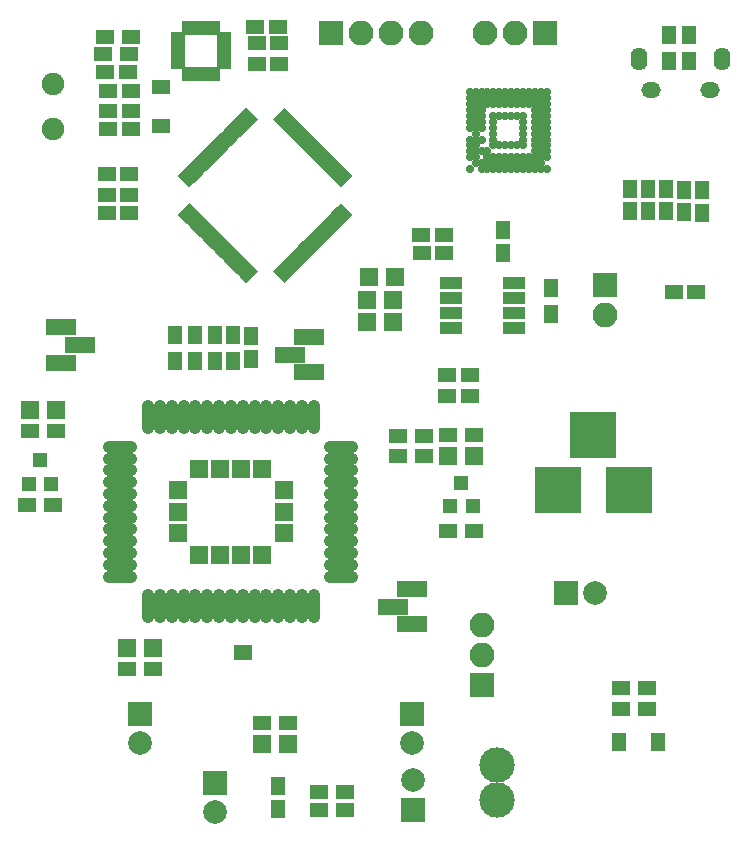
<source format=gbr>
G04 #@! TF.FileFunction,Soldermask,Top*
%FSLAX46Y46*%
G04 Gerber Fmt 4.6, Leading zero omitted, Abs format (unit mm)*
G04 Created by KiCad (PCBNEW 4.0.5) date 04/12/18 12:11:43*
%MOMM*%
%LPD*%
G01*
G04 APERTURE LIST*
%ADD10C,0.100000*%
%ADD11O,1.100000X2.900000*%
%ADD12O,2.900000X1.100000*%
%ADD13R,1.500000X1.500000*%
%ADD14R,1.600000X1.600000*%
%ADD15R,3.900000X3.900000*%
%ADD16R,1.200000X1.300000*%
%ADD17R,2.000000X2.000000*%
%ADD18C,2.000000*%
%ADD19R,1.250000X0.700000*%
%ADD20R,0.700000X1.250000*%
%ADD21R,2.100000X2.100000*%
%ADD22O,2.100000X2.100000*%
%ADD23R,1.150000X1.600000*%
%ADD24R,1.600000X1.150000*%
%ADD25R,1.600000X1.300000*%
%ADD26R,1.300000X1.600000*%
%ADD27C,3.000000*%
%ADD28O,1.650000X1.350000*%
%ADD29O,1.400000X1.950000*%
%ADD30C,0.725000*%
%ADD31R,1.950000X1.000000*%
%ADD32C,1.900000*%
%ADD33R,0.820000X0.620000*%
%ADD34R,2.625000X1.450000*%
G04 APERTURE END LIST*
D10*
D11*
X149250400Y-112318800D03*
X150250400Y-112318800D03*
X151250400Y-112318800D03*
X152250400Y-112318800D03*
X153250400Y-112318800D03*
X154250400Y-112318800D03*
X155250400Y-112318800D03*
X156250400Y-112318800D03*
X157250400Y-112318800D03*
X158250400Y-112318800D03*
X159250400Y-112318800D03*
X160250400Y-112318800D03*
X161250400Y-112318800D03*
X162250400Y-112318800D03*
X163250400Y-112318800D03*
D12*
X165600400Y-109818800D03*
X165600400Y-108818800D03*
X165600400Y-107818800D03*
X165600400Y-106818800D03*
X165600400Y-105818800D03*
X165600400Y-104818800D03*
X165600400Y-103818800D03*
X165600400Y-102818800D03*
X165600400Y-101818800D03*
X165600400Y-100818800D03*
X165600400Y-99818800D03*
X165600400Y-98818800D03*
D11*
X163250400Y-96318800D03*
X162250400Y-96318800D03*
X161250400Y-96318800D03*
X160250400Y-96318800D03*
X159250400Y-96318800D03*
X158250400Y-96318800D03*
X157250400Y-96318800D03*
X156250400Y-96318800D03*
X155250400Y-96318800D03*
X154250400Y-96318800D03*
X153250400Y-96318800D03*
X152250400Y-96318800D03*
X151250400Y-96318800D03*
X150250400Y-96318800D03*
X149250400Y-96318800D03*
D12*
X146900400Y-98818800D03*
X146900400Y-99818800D03*
X146900400Y-100818800D03*
X146900400Y-101818800D03*
X146900400Y-102818800D03*
X146900400Y-103818800D03*
X146900400Y-104818800D03*
X146900400Y-105818800D03*
X146890400Y-106818800D03*
X146900400Y-107818800D03*
X146900400Y-108818800D03*
X146900400Y-109818800D03*
D13*
X151750400Y-104318800D03*
X151750400Y-106118800D03*
X151750400Y-102518800D03*
X155310400Y-107968800D03*
X153510400Y-107968800D03*
X157110400Y-107968800D03*
X158910400Y-107968800D03*
X160750400Y-104318800D03*
X153510400Y-100668800D03*
X155310400Y-100668800D03*
X157110400Y-100668800D03*
X158910400Y-100668800D03*
X160750400Y-102518800D03*
X160750400Y-106118800D03*
D14*
X161120000Y-123952000D03*
X158920000Y-123952000D03*
X149690000Y-115824000D03*
X147490000Y-115824000D03*
X141409600Y-95707200D03*
X139209600Y-95707200D03*
D15*
X183946800Y-102514400D03*
X189946800Y-102514400D03*
X186946800Y-97814400D03*
D14*
X170137000Y-84455000D03*
X167937000Y-84455000D03*
X170010000Y-88265000D03*
X167810000Y-88265000D03*
X170010000Y-86360000D03*
X167810000Y-86360000D03*
X176868000Y-99568000D03*
X174668000Y-99568000D03*
D16*
X174818000Y-103870000D03*
X176718000Y-103870000D03*
X175768000Y-101870000D03*
X139156400Y-101939600D03*
X141056400Y-101939600D03*
X140106400Y-99939600D03*
D17*
X154940000Y-127254000D03*
D18*
X154940000Y-129754000D03*
D17*
X171577000Y-121412000D03*
D18*
X171577000Y-123912000D03*
D19*
X151770800Y-64028000D03*
X151770800Y-64528000D03*
X151770800Y-65028000D03*
X151770800Y-65528000D03*
X151770800Y-66028000D03*
X151770800Y-66528000D03*
D20*
X152470800Y-67228000D03*
X152970800Y-67228000D03*
X153470800Y-67228000D03*
X153970800Y-67228000D03*
X154470800Y-67228000D03*
X154970800Y-67228000D03*
D19*
X155670800Y-66528000D03*
X155670800Y-66028000D03*
X155670800Y-65528000D03*
X155670800Y-65028000D03*
X155670800Y-64528000D03*
X155670800Y-64028000D03*
D20*
X154970800Y-63328000D03*
X154470800Y-63328000D03*
X153970800Y-63328000D03*
X153470800Y-63328000D03*
X152970800Y-63328000D03*
X152470800Y-63328000D03*
D17*
X148590000Y-121412000D03*
D18*
X148590000Y-123912000D03*
D21*
X164719000Y-63754000D03*
D22*
X167259000Y-63754000D03*
X169799000Y-63754000D03*
X172339000Y-63754000D03*
D21*
X187960000Y-85090000D03*
D22*
X187960000Y-87630000D03*
D10*
G36*
X157052758Y-70573476D02*
X157512377Y-70113857D01*
X158502326Y-71103806D01*
X158042707Y-71563425D01*
X157052758Y-70573476D01*
X157052758Y-70573476D01*
G37*
G36*
X156699204Y-70927029D02*
X157158823Y-70467410D01*
X158148772Y-71457359D01*
X157689153Y-71916978D01*
X156699204Y-70927029D01*
X156699204Y-70927029D01*
G37*
G36*
X156345651Y-71280583D02*
X156805270Y-70820964D01*
X157795219Y-71810913D01*
X157335600Y-72270532D01*
X156345651Y-71280583D01*
X156345651Y-71280583D01*
G37*
G36*
X155992098Y-71634136D02*
X156451717Y-71174517D01*
X157441666Y-72164466D01*
X156982047Y-72624085D01*
X155992098Y-71634136D01*
X155992098Y-71634136D01*
G37*
G36*
X155638544Y-71987689D02*
X156098163Y-71528070D01*
X157088112Y-72518019D01*
X156628493Y-72977638D01*
X155638544Y-71987689D01*
X155638544Y-71987689D01*
G37*
G36*
X155284991Y-72341243D02*
X155744610Y-71881624D01*
X156734559Y-72871573D01*
X156274940Y-73331192D01*
X155284991Y-72341243D01*
X155284991Y-72341243D01*
G37*
G36*
X154931437Y-72694796D02*
X155391056Y-72235177D01*
X156381005Y-73225126D01*
X155921386Y-73684745D01*
X154931437Y-72694796D01*
X154931437Y-72694796D01*
G37*
G36*
X154577884Y-73048350D02*
X155037503Y-72588731D01*
X156027452Y-73578680D01*
X155567833Y-74038299D01*
X154577884Y-73048350D01*
X154577884Y-73048350D01*
G37*
G36*
X154224331Y-73401903D02*
X154683950Y-72942284D01*
X155673899Y-73932233D01*
X155214280Y-74391852D01*
X154224331Y-73401903D01*
X154224331Y-73401903D01*
G37*
G36*
X153870777Y-73755456D02*
X154330396Y-73295837D01*
X155320345Y-74285786D01*
X154860726Y-74745405D01*
X153870777Y-73755456D01*
X153870777Y-73755456D01*
G37*
G36*
X153517224Y-74109010D02*
X153976843Y-73649391D01*
X154966792Y-74639340D01*
X154507173Y-75098959D01*
X153517224Y-74109010D01*
X153517224Y-74109010D01*
G37*
G36*
X153163670Y-74462563D02*
X153623289Y-74002944D01*
X154613238Y-74992893D01*
X154153619Y-75452512D01*
X153163670Y-74462563D01*
X153163670Y-74462563D01*
G37*
G36*
X152810117Y-74816117D02*
X153269736Y-74356498D01*
X154259685Y-75346447D01*
X153800066Y-75806066D01*
X152810117Y-74816117D01*
X152810117Y-74816117D01*
G37*
G36*
X152456564Y-75169670D02*
X152916183Y-74710051D01*
X153906132Y-75700000D01*
X153446513Y-76159619D01*
X152456564Y-75169670D01*
X152456564Y-75169670D01*
G37*
G36*
X152103010Y-75523223D02*
X152562629Y-75063604D01*
X153552578Y-76053553D01*
X153092959Y-76513172D01*
X152103010Y-75523223D01*
X152103010Y-75523223D01*
G37*
G36*
X151749457Y-75876777D02*
X152209076Y-75417158D01*
X153199025Y-76407107D01*
X152739406Y-76866726D01*
X151749457Y-75876777D01*
X151749457Y-75876777D01*
G37*
G36*
X152209076Y-79624442D02*
X151749457Y-79164823D01*
X152739406Y-78174874D01*
X153199025Y-78634493D01*
X152209076Y-79624442D01*
X152209076Y-79624442D01*
G37*
G36*
X152562629Y-79977996D02*
X152103010Y-79518377D01*
X153092959Y-78528428D01*
X153552578Y-78988047D01*
X152562629Y-79977996D01*
X152562629Y-79977996D01*
G37*
G36*
X152916183Y-80331549D02*
X152456564Y-79871930D01*
X153446513Y-78881981D01*
X153906132Y-79341600D01*
X152916183Y-80331549D01*
X152916183Y-80331549D01*
G37*
G36*
X153269736Y-80685102D02*
X152810117Y-80225483D01*
X153800066Y-79235534D01*
X154259685Y-79695153D01*
X153269736Y-80685102D01*
X153269736Y-80685102D01*
G37*
G36*
X153623289Y-81038656D02*
X153163670Y-80579037D01*
X154153619Y-79589088D01*
X154613238Y-80048707D01*
X153623289Y-81038656D01*
X153623289Y-81038656D01*
G37*
G36*
X153976843Y-81392209D02*
X153517224Y-80932590D01*
X154507173Y-79942641D01*
X154966792Y-80402260D01*
X153976843Y-81392209D01*
X153976843Y-81392209D01*
G37*
G36*
X154330396Y-81745763D02*
X153870777Y-81286144D01*
X154860726Y-80296195D01*
X155320345Y-80755814D01*
X154330396Y-81745763D01*
X154330396Y-81745763D01*
G37*
G36*
X154683950Y-82099316D02*
X154224331Y-81639697D01*
X155214280Y-80649748D01*
X155673899Y-81109367D01*
X154683950Y-82099316D01*
X154683950Y-82099316D01*
G37*
G36*
X155037503Y-82452869D02*
X154577884Y-81993250D01*
X155567833Y-81003301D01*
X156027452Y-81462920D01*
X155037503Y-82452869D01*
X155037503Y-82452869D01*
G37*
G36*
X155391056Y-82806423D02*
X154931437Y-82346804D01*
X155921386Y-81356855D01*
X156381005Y-81816474D01*
X155391056Y-82806423D01*
X155391056Y-82806423D01*
G37*
G36*
X155744610Y-83159976D02*
X155284991Y-82700357D01*
X156274940Y-81710408D01*
X156734559Y-82170027D01*
X155744610Y-83159976D01*
X155744610Y-83159976D01*
G37*
G36*
X156098163Y-83513530D02*
X155638544Y-83053911D01*
X156628493Y-82063962D01*
X157088112Y-82523581D01*
X156098163Y-83513530D01*
X156098163Y-83513530D01*
G37*
G36*
X156451717Y-83867083D02*
X155992098Y-83407464D01*
X156982047Y-82417515D01*
X157441666Y-82877134D01*
X156451717Y-83867083D01*
X156451717Y-83867083D01*
G37*
G36*
X156805270Y-84220636D02*
X156345651Y-83761017D01*
X157335600Y-82771068D01*
X157795219Y-83230687D01*
X156805270Y-84220636D01*
X156805270Y-84220636D01*
G37*
G36*
X157158823Y-84574190D02*
X156699204Y-84114571D01*
X157689153Y-83124622D01*
X158148772Y-83584241D01*
X157158823Y-84574190D01*
X157158823Y-84574190D01*
G37*
G36*
X157512377Y-84927743D02*
X157052758Y-84468124D01*
X158042707Y-83478175D01*
X158502326Y-83937794D01*
X157512377Y-84927743D01*
X157512377Y-84927743D01*
G37*
G36*
X159810474Y-83937794D02*
X160270093Y-83478175D01*
X161260042Y-84468124D01*
X160800423Y-84927743D01*
X159810474Y-83937794D01*
X159810474Y-83937794D01*
G37*
G36*
X160164028Y-83584241D02*
X160623647Y-83124622D01*
X161613596Y-84114571D01*
X161153977Y-84574190D01*
X160164028Y-83584241D01*
X160164028Y-83584241D01*
G37*
G36*
X160517581Y-83230687D02*
X160977200Y-82771068D01*
X161967149Y-83761017D01*
X161507530Y-84220636D01*
X160517581Y-83230687D01*
X160517581Y-83230687D01*
G37*
G36*
X160871134Y-82877134D02*
X161330753Y-82417515D01*
X162320702Y-83407464D01*
X161861083Y-83867083D01*
X160871134Y-82877134D01*
X160871134Y-82877134D01*
G37*
G36*
X161224688Y-82523581D02*
X161684307Y-82063962D01*
X162674256Y-83053911D01*
X162214637Y-83513530D01*
X161224688Y-82523581D01*
X161224688Y-82523581D01*
G37*
G36*
X161578241Y-82170027D02*
X162037860Y-81710408D01*
X163027809Y-82700357D01*
X162568190Y-83159976D01*
X161578241Y-82170027D01*
X161578241Y-82170027D01*
G37*
G36*
X161931795Y-81816474D02*
X162391414Y-81356855D01*
X163381363Y-82346804D01*
X162921744Y-82806423D01*
X161931795Y-81816474D01*
X161931795Y-81816474D01*
G37*
G36*
X162285348Y-81462920D02*
X162744967Y-81003301D01*
X163734916Y-81993250D01*
X163275297Y-82452869D01*
X162285348Y-81462920D01*
X162285348Y-81462920D01*
G37*
G36*
X162638901Y-81109367D02*
X163098520Y-80649748D01*
X164088469Y-81639697D01*
X163628850Y-82099316D01*
X162638901Y-81109367D01*
X162638901Y-81109367D01*
G37*
G36*
X162992455Y-80755814D02*
X163452074Y-80296195D01*
X164442023Y-81286144D01*
X163982404Y-81745763D01*
X162992455Y-80755814D01*
X162992455Y-80755814D01*
G37*
G36*
X163346008Y-80402260D02*
X163805627Y-79942641D01*
X164795576Y-80932590D01*
X164335957Y-81392209D01*
X163346008Y-80402260D01*
X163346008Y-80402260D01*
G37*
G36*
X163699562Y-80048707D02*
X164159181Y-79589088D01*
X165149130Y-80579037D01*
X164689511Y-81038656D01*
X163699562Y-80048707D01*
X163699562Y-80048707D01*
G37*
G36*
X164053115Y-79695153D02*
X164512734Y-79235534D01*
X165502683Y-80225483D01*
X165043064Y-80685102D01*
X164053115Y-79695153D01*
X164053115Y-79695153D01*
G37*
G36*
X164406668Y-79341600D02*
X164866287Y-78881981D01*
X165856236Y-79871930D01*
X165396617Y-80331549D01*
X164406668Y-79341600D01*
X164406668Y-79341600D01*
G37*
G36*
X164760222Y-78988047D02*
X165219841Y-78528428D01*
X166209790Y-79518377D01*
X165750171Y-79977996D01*
X164760222Y-78988047D01*
X164760222Y-78988047D01*
G37*
G36*
X165113775Y-78634493D02*
X165573394Y-78174874D01*
X166563343Y-79164823D01*
X166103724Y-79624442D01*
X165113775Y-78634493D01*
X165113775Y-78634493D01*
G37*
G36*
X165573394Y-76866726D02*
X165113775Y-76407107D01*
X166103724Y-75417158D01*
X166563343Y-75876777D01*
X165573394Y-76866726D01*
X165573394Y-76866726D01*
G37*
G36*
X165219841Y-76513172D02*
X164760222Y-76053553D01*
X165750171Y-75063604D01*
X166209790Y-75523223D01*
X165219841Y-76513172D01*
X165219841Y-76513172D01*
G37*
G36*
X164866287Y-76159619D02*
X164406668Y-75700000D01*
X165396617Y-74710051D01*
X165856236Y-75169670D01*
X164866287Y-76159619D01*
X164866287Y-76159619D01*
G37*
G36*
X164512734Y-75806066D02*
X164053115Y-75346447D01*
X165043064Y-74356498D01*
X165502683Y-74816117D01*
X164512734Y-75806066D01*
X164512734Y-75806066D01*
G37*
G36*
X164159181Y-75452512D02*
X163699562Y-74992893D01*
X164689511Y-74002944D01*
X165149130Y-74462563D01*
X164159181Y-75452512D01*
X164159181Y-75452512D01*
G37*
G36*
X163805627Y-75098959D02*
X163346008Y-74639340D01*
X164335957Y-73649391D01*
X164795576Y-74109010D01*
X163805627Y-75098959D01*
X163805627Y-75098959D01*
G37*
G36*
X163452074Y-74745405D02*
X162992455Y-74285786D01*
X163982404Y-73295837D01*
X164442023Y-73755456D01*
X163452074Y-74745405D01*
X163452074Y-74745405D01*
G37*
G36*
X163098520Y-74391852D02*
X162638901Y-73932233D01*
X163628850Y-72942284D01*
X164088469Y-73401903D01*
X163098520Y-74391852D01*
X163098520Y-74391852D01*
G37*
G36*
X162744967Y-74038299D02*
X162285348Y-73578680D01*
X163275297Y-72588731D01*
X163734916Y-73048350D01*
X162744967Y-74038299D01*
X162744967Y-74038299D01*
G37*
G36*
X162391414Y-73684745D02*
X161931795Y-73225126D01*
X162921744Y-72235177D01*
X163381363Y-72694796D01*
X162391414Y-73684745D01*
X162391414Y-73684745D01*
G37*
G36*
X162037860Y-73331192D02*
X161578241Y-72871573D01*
X162568190Y-71881624D01*
X163027809Y-72341243D01*
X162037860Y-73331192D01*
X162037860Y-73331192D01*
G37*
G36*
X161684307Y-72977638D02*
X161224688Y-72518019D01*
X162214637Y-71528070D01*
X162674256Y-71987689D01*
X161684307Y-72977638D01*
X161684307Y-72977638D01*
G37*
G36*
X161330753Y-72624085D02*
X160871134Y-72164466D01*
X161861083Y-71174517D01*
X162320702Y-71634136D01*
X161330753Y-72624085D01*
X161330753Y-72624085D01*
G37*
G36*
X160977200Y-72270532D02*
X160517581Y-71810913D01*
X161507530Y-70820964D01*
X161967149Y-71280583D01*
X160977200Y-72270532D01*
X160977200Y-72270532D01*
G37*
G36*
X160623647Y-71916978D02*
X160164028Y-71457359D01*
X161153977Y-70467410D01*
X161613596Y-70927029D01*
X160623647Y-71916978D01*
X160623647Y-71916978D01*
G37*
G36*
X160270093Y-71563425D02*
X159810474Y-71103806D01*
X160800423Y-70113857D01*
X161260042Y-70573476D01*
X160270093Y-71563425D01*
X160270093Y-71563425D01*
G37*
D21*
X182880000Y-63754000D03*
D22*
X180340000Y-63754000D03*
X177800000Y-63754000D03*
D23*
X196113400Y-77104200D03*
X196113400Y-79004200D03*
X194589400Y-77053400D03*
X194589400Y-78953400D03*
X193065400Y-77002600D03*
X193065400Y-78902600D03*
X190017400Y-77002600D03*
X190017400Y-78902600D03*
X191541400Y-77002600D03*
X191541400Y-78902600D03*
D24*
X158435000Y-64617600D03*
X160335000Y-64617600D03*
X160335000Y-66395600D03*
X158435000Y-66395600D03*
X147508000Y-67056000D03*
X145608000Y-67056000D03*
X160208000Y-63246000D03*
X158308000Y-63246000D03*
D23*
X157988000Y-91374000D03*
X157988000Y-89474000D03*
D24*
X172430400Y-82397600D03*
X174330400Y-82397600D03*
X174564000Y-94488000D03*
X176464000Y-94488000D03*
D17*
X184607200Y-111201200D03*
D18*
X187107200Y-111201200D03*
D17*
X171704000Y-129540000D03*
D18*
X171704000Y-127040000D03*
D24*
X195641000Y-85725000D03*
X193741000Y-85725000D03*
D23*
X160274000Y-127574000D03*
X160274000Y-129474000D03*
X179324000Y-82382400D03*
X179324000Y-80482400D03*
D24*
X147762000Y-70358000D03*
X145862000Y-70358000D03*
X147635000Y-75692000D03*
X145735000Y-75692000D03*
X174564000Y-92710000D03*
X176464000Y-92710000D03*
X147762000Y-68707000D03*
X145862000Y-68707000D03*
D25*
X150317200Y-71652400D03*
X150317200Y-68352400D03*
D26*
X189078600Y-123850400D03*
X192378600Y-123850400D03*
D21*
X177495200Y-118973600D03*
D22*
X177495200Y-116433600D03*
X177495200Y-113893600D03*
D27*
X178816000Y-125730000D03*
X178816000Y-128730000D03*
D28*
X191810000Y-68660000D03*
X196810000Y-68660000D03*
D29*
X190810000Y-65960000D03*
X197810000Y-65960000D03*
D25*
X145559600Y-64109600D03*
X147759600Y-64109600D03*
X145458000Y-65532000D03*
X147658000Y-65532000D03*
X141409600Y-97485200D03*
X139209600Y-97485200D03*
X191447600Y-121056400D03*
X189247600Y-121056400D03*
X189247600Y-119278400D03*
X191447600Y-119278400D03*
X172610960Y-97917000D03*
X170410960Y-97917000D03*
D26*
X156464000Y-91524000D03*
X156464000Y-89324000D03*
D25*
X163746000Y-128016000D03*
X165946000Y-128016000D03*
X165946000Y-129540000D03*
X163746000Y-129540000D03*
X158920000Y-122174000D03*
X161120000Y-122174000D03*
X172626200Y-99634040D03*
X170426200Y-99634040D03*
D26*
X151523700Y-89349400D03*
X151523700Y-91549400D03*
D25*
X147490000Y-117602000D03*
X149690000Y-117602000D03*
X176868000Y-97790000D03*
X174668000Y-97790000D03*
D26*
X193370200Y-64000200D03*
X193370200Y-66200200D03*
X183337200Y-87612400D03*
X183337200Y-85412400D03*
X154940000Y-89324000D03*
X154940000Y-91524000D03*
X153174700Y-89349400D03*
X153174700Y-91549400D03*
X194995800Y-64000200D03*
X194995800Y-66200200D03*
D25*
X176868000Y-105918000D03*
X174668000Y-105918000D03*
X141206400Y-103733600D03*
X139006400Y-103733600D03*
D30*
X176470000Y-74315000D03*
X176470000Y-73815000D03*
X176470000Y-73315000D03*
X176470000Y-72815000D03*
X176470000Y-71815000D03*
X176970000Y-73315000D03*
X176470000Y-70315000D03*
X176470000Y-69815000D03*
X176470000Y-69315000D03*
X176470000Y-68815000D03*
X176970000Y-74815000D03*
X176970000Y-74315000D03*
X176970000Y-73815000D03*
X176470000Y-71315000D03*
X176970000Y-72815000D03*
X176970000Y-72315000D03*
X176970000Y-71815000D03*
X176970000Y-71315000D03*
X176970000Y-70815000D03*
X176970000Y-70315000D03*
X176970000Y-69815000D03*
X176970000Y-69315000D03*
X176970000Y-68815000D03*
X177470000Y-68815000D03*
X177470000Y-69315000D03*
X177470000Y-69815000D03*
X177470000Y-70315000D03*
X177470000Y-70815000D03*
X177470000Y-71315000D03*
X177470000Y-71815000D03*
X177470000Y-72815000D03*
X177470000Y-73815000D03*
X177470000Y-74815000D03*
X177470000Y-75315000D03*
X177970000Y-75315000D03*
X177970000Y-74815000D03*
X177970000Y-74315000D03*
X177970000Y-73815000D03*
X179470000Y-74315000D03*
X181970000Y-73815000D03*
X181970000Y-73315000D03*
X181970000Y-72815000D03*
X182470000Y-73315000D03*
X182470000Y-73815000D03*
X182470000Y-74815000D03*
X182970000Y-74315000D03*
X182970000Y-73815000D03*
X182970000Y-73315000D03*
X182970000Y-72815000D03*
X182970000Y-72315000D03*
X182970000Y-70815000D03*
X178470000Y-73315000D03*
X178970000Y-73315000D03*
X179470000Y-73315000D03*
X179970000Y-73315000D03*
X180470000Y-73315000D03*
X180970000Y-73315000D03*
X180970000Y-72815000D03*
X180970000Y-72315000D03*
X180970000Y-71315000D03*
X180970000Y-70815000D03*
X180970000Y-71815000D03*
X180470000Y-70815000D03*
X179970000Y-70815000D03*
X179470000Y-70815000D03*
X178970000Y-70815000D03*
X178470000Y-70815000D03*
X178470000Y-71315000D03*
X178470000Y-71815000D03*
X178470000Y-72315000D03*
X178470000Y-72815000D03*
X176470000Y-70815000D03*
X178470000Y-75315000D03*
X178470000Y-74815000D03*
X178470000Y-74315000D03*
X178970000Y-75315000D03*
X178970000Y-74815000D03*
X178970000Y-74315000D03*
X179470000Y-75315000D03*
X179470000Y-74815000D03*
X179970000Y-75315000D03*
X179970000Y-74815000D03*
X179970000Y-74315000D03*
X180470000Y-75315000D03*
X180470000Y-74815000D03*
X180470000Y-74315000D03*
X180970000Y-75315000D03*
X180970000Y-74815000D03*
X180970000Y-74315000D03*
X181470000Y-75315000D03*
X181470000Y-74815000D03*
X181470000Y-74315000D03*
X181970000Y-75315000D03*
X181970000Y-74815000D03*
X181970000Y-74315000D03*
X182470000Y-75315000D03*
X182470000Y-74315000D03*
X182970000Y-75315000D03*
X182470000Y-72815000D03*
X182470000Y-72315000D03*
X181970000Y-72315000D03*
X181970000Y-71815000D03*
X182470000Y-71815000D03*
X182970000Y-71815000D03*
X182970000Y-71315000D03*
X182470000Y-71315000D03*
X181970000Y-71315000D03*
X181970000Y-70815000D03*
X182470000Y-70815000D03*
X182970000Y-70315000D03*
X182470000Y-70315000D03*
X181970000Y-70315000D03*
X181970000Y-69815000D03*
X182470000Y-69815000D03*
X182970000Y-69815000D03*
X182970000Y-69315000D03*
X182470000Y-69315000D03*
X181970000Y-69315000D03*
X181970000Y-68815000D03*
X182970000Y-68815000D03*
X182470000Y-68815000D03*
X181470000Y-68815000D03*
X180970000Y-68815000D03*
X180470000Y-68815000D03*
X179970000Y-68815000D03*
X179470000Y-68815000D03*
X178970000Y-68815000D03*
X178470000Y-68815000D03*
X177970000Y-68815000D03*
X177970000Y-69315000D03*
X178470000Y-69315000D03*
X178970000Y-69315000D03*
X179470000Y-69315000D03*
X179970000Y-69315000D03*
X180470000Y-69315000D03*
X180970000Y-69315000D03*
X181470000Y-69315000D03*
X181470000Y-69815000D03*
X180970000Y-69815000D03*
X180470000Y-69815000D03*
X179970000Y-69815000D03*
X179470000Y-69815000D03*
X178970000Y-69815000D03*
X178470000Y-69815000D03*
X177970000Y-69815000D03*
X176470000Y-75315000D03*
D31*
X174846000Y-84963000D03*
X174846000Y-86233000D03*
X174846000Y-87503000D03*
X174846000Y-88773000D03*
X180246000Y-88773000D03*
X180246000Y-87503000D03*
X180246000Y-86233000D03*
X180246000Y-84963000D03*
D32*
X141173200Y-68122800D03*
X141173200Y-71922800D03*
D24*
X147762000Y-71882000D03*
X145862000Y-71882000D03*
X147635000Y-77470000D03*
X145735000Y-77470000D03*
X145735000Y-78994000D03*
X147635000Y-78994000D03*
X174279600Y-80873600D03*
X172379600Y-80873600D03*
D33*
X156972000Y-115824000D03*
X156972000Y-116224000D03*
X156972000Y-116624000D03*
X157622000Y-115824000D03*
X157622000Y-116224000D03*
X157622000Y-116624000D03*
D34*
X171577000Y-113846000D03*
X171577000Y-110871000D03*
X169977000Y-112358500D03*
X162864800Y-92535400D03*
X162864800Y-89560400D03*
X161264800Y-91047900D03*
X141859000Y-88719000D03*
X141859000Y-91694000D03*
X143459000Y-90206500D03*
M02*

</source>
